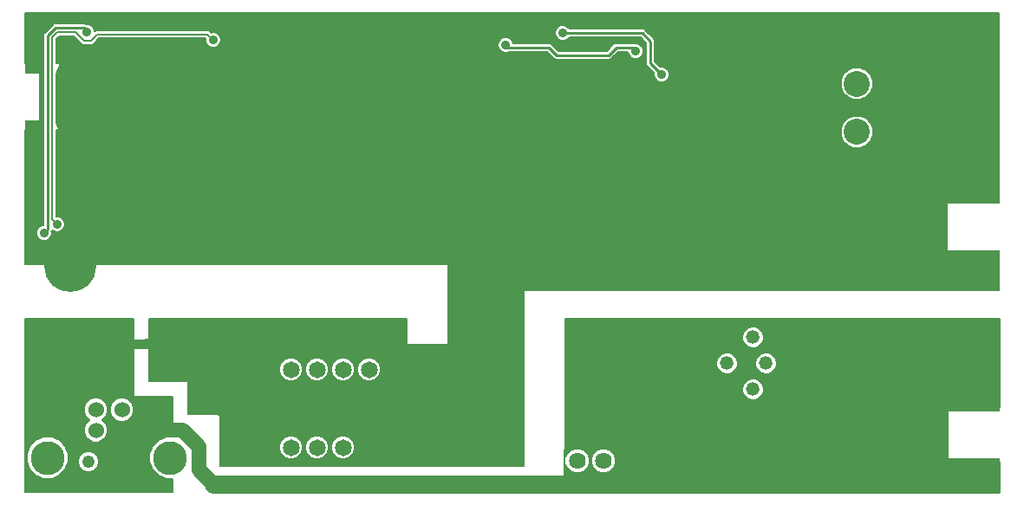
<source format=gbl>
G04 (created by PCBNEW-RS274X (2011-12-28 BZR 3254)-stable) date 9/2/2012 2:21:17 PM*
G01*
G70*
G90*
%MOIN*%
G04 Gerber Fmt 3.4, Leading zero omitted, Abs format*
%FSLAX34Y34*%
G04 APERTURE LIST*
%ADD10C,0.006000*%
%ADD11R,0.050000X0.100000*%
%ADD12R,0.040000X0.018000*%
%ADD13C,0.040000*%
%ADD14R,0.070000X0.120000*%
%ADD15R,0.200000X0.120000*%
%ADD16C,0.065000*%
%ADD17R,0.040000X0.100000*%
%ADD18C,0.048000*%
%ADD19C,0.060000*%
%ADD20C,0.130000*%
%ADD21C,0.036000*%
%ADD22C,0.200000*%
%ADD23C,0.045000*%
%ADD24C,0.064000*%
%ADD25C,0.052000*%
%ADD26C,0.100000*%
%ADD27C,0.010000*%
%ADD28C,0.008000*%
%ADD29C,0.040000*%
%ADD30C,0.020000*%
%ADD31C,0.055000*%
%ADD32C,0.090000*%
%ADD33C,0.070000*%
%ADD34C,0.036000*%
G04 APERTURE END LIST*
G54D10*
G54D11*
X12000Y-12000D03*
G54D12*
X12350Y-15150D03*
G54D13*
X12600Y-15150D03*
X12600Y-11850D03*
G54D12*
X12350Y-11850D03*
G54D14*
X11900Y-15000D03*
X10600Y-15000D03*
X11900Y-12000D03*
X10600Y-12000D03*
G54D11*
X12000Y-15000D03*
G54D12*
X45650Y-16850D03*
G54D13*
X45400Y-16850D03*
G54D15*
X46750Y-17000D03*
X46750Y-20000D03*
G54D13*
X45400Y-20150D03*
G54D12*
X45650Y-20150D03*
X45650Y-24850D03*
G54D13*
X45400Y-24850D03*
G54D15*
X46750Y-25000D03*
X46750Y-28000D03*
G54D13*
X45400Y-28150D03*
G54D12*
X45650Y-28150D03*
G54D16*
X20500Y-27000D03*
X23500Y-27000D03*
X23500Y-24000D03*
X20500Y-24000D03*
X21500Y-27000D03*
X22500Y-27000D03*
X22500Y-24000D03*
X21500Y-24000D03*
G54D17*
X43500Y-24050D03*
X41000Y-24050D03*
G54D18*
X12713Y-27547D03*
X14287Y-27547D03*
G54D19*
X14000Y-25550D03*
X13000Y-25550D03*
X13000Y-26337D03*
X14000Y-26337D03*
G54D20*
X15862Y-27400D03*
X11138Y-27400D03*
G54D21*
X42250Y-20750D03*
X24000Y-13750D03*
X35750Y-19750D03*
X18750Y-18750D03*
X34250Y-18000D03*
X38750Y-20750D03*
X31300Y-14950D03*
X31875Y-14950D03*
X39100Y-17700D03*
X32450Y-14950D03*
X32750Y-20750D03*
X37950Y-17700D03*
X38525Y-17700D03*
X25150Y-25925D03*
X35500Y-13000D03*
X44000Y-20750D03*
X37500Y-14000D03*
X37000Y-20750D03*
X38500Y-15000D03*
X38500Y-19750D03*
X34675Y-20300D03*
X20000Y-15750D03*
X27300Y-20350D03*
X24900Y-24300D03*
X23000Y-23250D03*
X18300Y-25850D03*
X29050Y-27550D03*
X27800Y-23300D03*
X20000Y-19750D03*
X23000Y-18850D03*
X22000Y-25500D03*
X17000Y-18900D03*
X34075Y-20300D03*
X39750Y-19500D03*
X29400Y-19800D03*
X28950Y-18700D03*
X33475Y-20300D03*
X27250Y-25050D03*
X29750Y-15250D03*
X19500Y-18900D03*
X33500Y-18000D03*
X28750Y-17000D03*
X20450Y-16700D03*
X18500Y-15000D03*
X13750Y-18750D03*
X17750Y-18750D03*
X18550Y-16700D03*
X20250Y-15000D03*
X21750Y-18900D03*
X33250Y-13500D03*
X20250Y-18750D03*
X24000Y-18850D03*
X24750Y-17250D03*
X25500Y-17250D03*
X16500Y-15250D03*
X19250Y-15000D03*
X16050Y-16700D03*
X15450Y-16700D03*
X25750Y-18750D03*
G54D22*
X39000Y-12000D03*
G54D21*
X12950Y-16700D03*
X20500Y-25500D03*
X23500Y-19750D03*
X14000Y-13000D03*
X27500Y-17500D03*
X23500Y-25500D03*
X39500Y-16000D03*
X30250Y-17000D03*
X31000Y-13000D03*
X17950Y-16700D03*
G54D22*
X12000Y-20000D03*
G54D21*
X27600Y-18750D03*
X13550Y-16700D03*
X27900Y-25700D03*
X28500Y-15250D03*
X17500Y-16250D03*
X19000Y-16250D03*
X22500Y-17250D03*
X11750Y-16250D03*
X32500Y-13000D03*
X37000Y-19750D03*
X14000Y-19750D03*
X37000Y-18000D03*
X16000Y-19750D03*
X18000Y-19750D03*
X15250Y-18750D03*
X20000Y-14000D03*
X22250Y-15750D03*
X23500Y-15500D03*
X26750Y-25800D03*
X21500Y-16250D03*
X22250Y-18750D03*
X17550Y-13500D03*
X22000Y-18000D03*
X22000Y-19750D03*
X25500Y-19750D03*
X27800Y-21700D03*
X13500Y-22250D03*
X19050Y-22250D03*
X21050Y-16700D03*
X39750Y-18500D03*
X13500Y-22800D03*
X27250Y-23950D03*
X27250Y-23400D03*
X26200Y-27550D03*
X41750Y-19500D03*
X29850Y-19000D03*
X24850Y-25475D03*
X28400Y-18150D03*
X29250Y-26600D03*
X28500Y-27550D03*
X12500Y-22250D03*
X41750Y-17500D03*
X35250Y-20750D03*
X27800Y-22500D03*
X40500Y-20750D03*
X27250Y-24500D03*
X34000Y-13000D03*
X26750Y-27550D03*
X25650Y-27550D03*
X10500Y-25750D03*
X10500Y-24000D03*
X19400Y-22950D03*
X33000Y-14500D03*
X20750Y-22250D03*
X42500Y-19250D03*
X22750Y-22250D03*
X10500Y-22250D03*
X24750Y-23000D03*
X29250Y-20900D03*
X14500Y-18900D03*
X17750Y-24750D03*
X29250Y-22000D03*
X29250Y-24350D03*
X24750Y-22250D03*
X17750Y-25600D03*
X16750Y-25250D03*
X17750Y-23750D03*
X14950Y-23000D03*
X15500Y-25500D03*
X15250Y-24250D03*
X29250Y-25550D03*
X17850Y-22250D03*
X27950Y-27550D03*
X16250Y-18750D03*
X17750Y-15250D03*
X24000Y-17250D03*
X26650Y-18750D03*
X23250Y-17250D03*
X35750Y-18000D03*
X25900Y-16250D03*
X11500Y-10500D03*
X44650Y-16950D03*
X21000Y-23250D03*
X26400Y-17750D03*
X23250Y-14500D03*
X27800Y-20900D03*
X13750Y-15250D03*
X21250Y-18500D03*
X25000Y-15650D03*
X25000Y-27000D03*
X38500Y-28500D03*
X27350Y-27100D03*
X41000Y-28500D03*
X34000Y-28500D03*
G54D23*
X31250Y-28500D03*
G54D21*
X44000Y-27750D03*
X27300Y-19800D03*
X12500Y-10500D03*
X12250Y-18250D03*
X10500Y-16750D03*
X10500Y-16000D03*
X10500Y-18250D03*
X11750Y-17250D03*
X33000Y-28500D03*
X16500Y-16250D03*
G54D24*
X32500Y-27500D03*
X31500Y-27500D03*
G54D21*
X31250Y-25250D03*
X32000Y-28250D03*
X31250Y-22250D03*
X44650Y-17550D03*
X31250Y-26250D03*
X44650Y-20050D03*
X32500Y-19750D03*
X29250Y-23450D03*
X15700Y-14100D03*
X33500Y-24650D03*
X41750Y-13750D03*
X43550Y-19100D03*
X33250Y-12000D03*
X32500Y-23250D03*
X32000Y-22250D03*
X43500Y-28500D03*
X35900Y-28050D03*
X34750Y-12000D03*
X15700Y-12900D03*
X36300Y-22350D03*
X32750Y-22250D03*
X35700Y-22350D03*
X44500Y-28500D03*
X37100Y-28050D03*
G54D25*
X38250Y-24750D03*
X38250Y-22750D03*
X37250Y-23750D03*
X38750Y-23750D03*
G54D21*
X43400Y-25300D03*
X34000Y-22250D03*
X37250Y-22250D03*
X39250Y-22250D03*
X40900Y-25300D03*
X41000Y-22250D03*
X37500Y-26200D03*
X43500Y-22250D03*
X47500Y-22250D03*
X45500Y-22250D03*
X41700Y-18500D03*
X42250Y-23000D03*
X44500Y-23000D03*
X44650Y-19450D03*
X42250Y-26750D03*
X41500Y-15500D03*
X47500Y-23500D03*
X46500Y-23000D03*
X43550Y-17900D03*
X13250Y-13000D03*
X40250Y-23000D03*
X39500Y-25250D03*
X39750Y-26750D03*
X36250Y-24250D03*
X10500Y-10500D03*
X16750Y-14250D03*
X14600Y-11950D03*
X14600Y-12550D03*
X14600Y-14450D03*
X17500Y-12500D03*
X14600Y-15050D03*
X17500Y-14500D03*
X14500Y-10500D03*
X16500Y-10500D03*
X18500Y-10500D03*
X10500Y-11000D03*
X10500Y-19500D03*
X13500Y-10500D03*
X19500Y-12500D03*
X19500Y-13500D03*
X20250Y-12750D03*
X20500Y-13750D03*
X21750Y-12750D03*
X22500Y-13750D03*
X23250Y-12750D03*
X18500Y-12000D03*
X15000Y-16250D03*
X14000Y-16250D03*
X17500Y-11325D03*
X11500Y-18400D03*
X30950Y-11050D03*
X34750Y-12650D03*
X12650Y-11000D03*
X11000Y-18750D03*
X28750Y-11500D03*
X33750Y-11750D03*
G54D26*
X47250Y-12016D03*
X47250Y-13984D03*
X42250Y-11150D03*
X42250Y-13000D03*
X42250Y-14850D03*
G54D21*
X33750Y-17000D03*
X34250Y-16000D03*
X34750Y-16750D03*
X32750Y-18000D03*
X33000Y-17000D03*
X31500Y-18000D03*
X31500Y-18750D03*
X34750Y-17500D03*
X31750Y-19500D03*
X30250Y-18250D03*
X30500Y-19500D03*
X29500Y-17750D03*
X32000Y-17250D03*
X26950Y-17500D03*
X28050Y-17500D03*
X30750Y-20750D03*
X26450Y-17050D03*
X30750Y-15250D03*
X27500Y-15250D03*
X26500Y-15250D03*
X24750Y-14500D03*
X25750Y-14500D03*
X24000Y-15000D03*
X22000Y-14500D03*
X21500Y-13750D03*
X31750Y-13500D03*
X30250Y-13500D03*
X24750Y-12750D03*
X26250Y-12750D03*
X27500Y-13750D03*
X27750Y-12750D03*
X25500Y-13750D03*
X28750Y-13500D03*
X28500Y-14500D03*
X30000Y-14500D03*
X26500Y-13750D03*
X27000Y-14500D03*
X30750Y-14500D03*
X34000Y-14500D03*
X36000Y-14500D03*
X36750Y-13750D03*
X37750Y-14750D03*
X36000Y-13500D03*
X34750Y-13500D03*
X35000Y-14500D03*
X36750Y-15250D03*
X38750Y-15750D03*
X37750Y-16250D03*
X38500Y-17000D03*
X39750Y-16750D03*
X40500Y-17000D03*
X35500Y-15750D03*
X36500Y-16750D03*
X40500Y-10500D03*
X38500Y-10500D03*
X29500Y-13000D03*
X27000Y-12500D03*
X25500Y-12500D03*
X24000Y-12500D03*
X22500Y-12500D03*
X21000Y-12500D03*
X16725Y-12200D03*
X28300Y-13100D03*
X17500Y-10500D03*
X37000Y-16000D03*
X15500Y-10500D03*
X16300Y-11675D03*
X33500Y-15250D03*
X35500Y-17000D03*
X14050Y-12250D03*
X36000Y-15250D03*
X24500Y-19750D03*
X37750Y-17000D03*
X42700Y-17100D03*
X32550Y-11500D03*
X28750Y-10500D03*
X29750Y-10500D03*
X30750Y-10500D03*
X32500Y-10500D03*
X29750Y-12000D03*
X34500Y-10500D03*
X36500Y-10500D03*
X26750Y-10500D03*
X24750Y-10500D03*
X22750Y-10500D03*
X21000Y-10500D03*
X19750Y-10500D03*
X20250Y-12000D03*
X21750Y-12000D03*
X23250Y-12000D03*
X24750Y-12000D03*
X26250Y-12000D03*
X27500Y-12000D03*
X40500Y-15000D03*
X36500Y-13000D03*
X27300Y-19250D03*
X22750Y-15000D03*
X19450Y-11150D03*
X21000Y-14500D03*
X21250Y-15500D03*
X46000Y-12000D03*
X46000Y-14000D03*
X44000Y-11000D03*
X44000Y-15000D03*
X30000Y-20250D03*
X36250Y-20250D03*
X37750Y-20250D03*
X39500Y-20250D03*
X31750Y-20250D03*
X41500Y-20250D03*
X42750Y-20250D03*
X31000Y-17500D03*
X19000Y-26550D03*
X27300Y-21300D03*
X27300Y-22100D03*
X24900Y-23750D03*
X11900Y-17850D03*
G54D27*
X33750Y-11750D02*
X33600Y-11600D01*
X33000Y-11600D02*
X32700Y-11900D01*
X11150Y-18600D02*
X11000Y-18750D01*
X12650Y-10950D02*
X12650Y-11000D01*
X11450Y-10850D02*
X11150Y-11150D01*
X11150Y-11150D02*
X11150Y-18600D01*
X30400Y-11600D02*
X28850Y-11600D01*
X32700Y-11900D02*
X31000Y-11900D01*
X30700Y-11900D02*
X30400Y-11600D01*
X12250Y-10850D02*
X11450Y-10850D01*
X31000Y-11900D02*
X30700Y-11900D01*
X28850Y-11600D02*
X28750Y-11500D01*
X12250Y-10850D02*
X12550Y-10850D01*
X33600Y-11600D02*
X33000Y-11600D01*
X12550Y-10850D02*
X12650Y-10950D01*
X30750Y-11500D02*
X29750Y-10500D01*
X34100Y-12000D02*
X34000Y-12100D01*
G54D28*
X31000Y-27100D02*
X31000Y-28250D01*
X31600Y-25650D02*
X31600Y-26500D01*
G54D27*
X34100Y-11500D02*
X34100Y-12000D01*
X33250Y-12000D02*
X33250Y-12250D01*
X14000Y-23500D02*
X14500Y-23000D01*
G54D29*
X12250Y-19750D02*
X12000Y-20000D01*
G54D27*
X28350Y-11000D02*
X28350Y-11850D01*
G54D30*
X10918Y-15832D02*
X10500Y-16250D01*
G54D27*
X32550Y-11500D02*
X30750Y-11500D01*
X34500Y-10500D02*
X34500Y-10750D01*
G54D31*
X16300Y-26300D02*
X16950Y-26950D01*
G54D32*
X11894Y-12656D02*
X11894Y-14444D01*
G54D33*
X31850Y-28400D02*
X32000Y-28250D01*
G54D27*
X33250Y-12250D02*
X32500Y-13000D01*
G54D29*
X17000Y-23000D02*
X17750Y-23750D01*
G54D27*
X32950Y-11300D02*
X33900Y-11300D01*
X14163Y-26337D02*
X14500Y-26000D01*
X14500Y-26000D02*
X14500Y-25250D01*
X34500Y-10750D02*
X34500Y-11750D01*
X14000Y-24750D02*
X14000Y-23500D01*
G54D28*
X32000Y-26150D02*
X33500Y-24650D01*
X31000Y-28250D02*
X31250Y-28500D01*
G54D30*
X10500Y-16250D02*
X10500Y-16750D01*
G54D31*
X14450Y-26300D02*
X16300Y-26300D01*
G54D30*
X11472Y-10500D02*
X10918Y-11054D01*
G54D28*
X32000Y-28250D02*
X32000Y-26150D01*
G54D34*
X14250Y-23000D02*
X13500Y-22250D01*
G54D28*
X31250Y-25300D02*
X31600Y-25650D01*
X31600Y-26500D02*
X31000Y-27100D01*
G54D34*
X14950Y-23000D02*
X14500Y-23000D01*
G54D27*
X34000Y-12100D02*
X34000Y-13000D01*
G54D28*
X31250Y-25250D02*
X31250Y-25300D01*
G54D27*
X32550Y-11500D02*
X32750Y-11500D01*
G54D30*
X11500Y-10500D02*
X11472Y-10500D01*
G54D27*
X32750Y-11500D02*
X32950Y-11300D01*
G54D31*
X16950Y-26950D02*
X16950Y-27850D01*
G54D32*
X14050Y-12250D02*
X12300Y-12250D01*
G54D28*
X12250Y-19750D02*
X12000Y-20000D01*
G54D27*
X33900Y-11300D02*
X34100Y-11500D01*
G54D33*
X17500Y-28400D02*
X31850Y-28400D01*
G54D29*
X12250Y-18250D02*
X12250Y-19750D01*
G54D27*
X28750Y-10500D02*
X28750Y-10600D01*
G54D31*
X16950Y-27850D02*
X17500Y-28400D01*
G54D27*
X13837Y-26337D02*
X13500Y-26000D01*
G54D32*
X12300Y-12250D02*
X11894Y-12656D01*
G54D31*
X14000Y-26337D02*
X14413Y-26337D01*
G54D32*
X11894Y-14444D02*
X12600Y-15150D01*
G54D27*
X14000Y-26337D02*
X13837Y-26337D01*
X13500Y-26000D02*
X13500Y-22800D01*
X14500Y-25250D02*
X14000Y-24750D01*
X28350Y-11850D02*
X29500Y-13000D01*
X14000Y-26337D02*
X14163Y-26337D01*
G54D31*
X14413Y-26337D02*
X14450Y-26300D01*
G54D29*
X14950Y-23000D02*
X17000Y-23000D01*
G54D30*
X10918Y-11054D02*
X10918Y-15832D01*
G54D27*
X28750Y-10600D02*
X28350Y-11000D01*
X34500Y-11750D02*
X34750Y-12000D01*
G54D34*
X14500Y-23000D02*
X14250Y-23000D01*
G54D28*
X12550Y-11350D02*
X12222Y-11022D01*
X13050Y-11100D02*
X17275Y-11100D01*
X11522Y-11022D02*
X11322Y-11222D01*
X12222Y-11022D02*
X11522Y-11022D01*
X11322Y-11222D02*
X11322Y-17700D01*
X17275Y-11100D02*
X17500Y-11325D01*
X12800Y-11350D02*
X13050Y-11100D01*
X12700Y-11350D02*
X12800Y-11350D01*
X11322Y-18222D02*
X11500Y-18400D01*
X11322Y-17700D02*
X11322Y-18222D01*
X12700Y-11350D02*
X12550Y-11350D01*
G54D27*
X33300Y-11050D02*
X34000Y-11050D01*
X30950Y-11050D02*
X33300Y-11050D01*
X34318Y-12218D02*
X34750Y-12650D01*
X34000Y-11050D02*
X34318Y-11368D01*
X34318Y-11368D02*
X34318Y-12218D01*
G54D10*
G36*
X15960Y-28710D02*
X14460Y-28710D01*
X14460Y-25642D01*
X14460Y-25459D01*
X14390Y-25290D01*
X14261Y-25160D01*
X14092Y-25090D01*
X13909Y-25090D01*
X13740Y-25160D01*
X13610Y-25289D01*
X13540Y-25458D01*
X13540Y-25641D01*
X13610Y-25810D01*
X13739Y-25940D01*
X13908Y-26010D01*
X14091Y-26010D01*
X14260Y-25940D01*
X14390Y-25811D01*
X14460Y-25642D01*
X14460Y-28710D01*
X13460Y-28710D01*
X13460Y-26429D01*
X13460Y-26246D01*
X13390Y-26077D01*
X13261Y-25947D01*
X13252Y-25943D01*
X13260Y-25940D01*
X13390Y-25811D01*
X13460Y-25642D01*
X13460Y-25459D01*
X13390Y-25290D01*
X13261Y-25160D01*
X13092Y-25090D01*
X12909Y-25090D01*
X12740Y-25160D01*
X12610Y-25289D01*
X12540Y-25458D01*
X12540Y-25641D01*
X12610Y-25810D01*
X12739Y-25940D01*
X12747Y-25943D01*
X12740Y-25947D01*
X12610Y-26076D01*
X12540Y-26245D01*
X12540Y-26428D01*
X12610Y-26597D01*
X12739Y-26727D01*
X12908Y-26797D01*
X13091Y-26797D01*
X13260Y-26727D01*
X13390Y-26598D01*
X13460Y-26429D01*
X13460Y-28710D01*
X13112Y-28710D01*
X13112Y-27627D01*
X13112Y-27468D01*
X13051Y-27321D01*
X12939Y-27209D01*
X12793Y-27148D01*
X12634Y-27148D01*
X12487Y-27209D01*
X12375Y-27321D01*
X12314Y-27467D01*
X12314Y-27626D01*
X12375Y-27773D01*
X12487Y-27885D01*
X12633Y-27946D01*
X12792Y-27946D01*
X12939Y-27885D01*
X13051Y-27773D01*
X13112Y-27627D01*
X13112Y-28710D01*
X11947Y-28710D01*
X11947Y-27562D01*
X11947Y-27240D01*
X11824Y-26943D01*
X11597Y-26715D01*
X11300Y-26591D01*
X10978Y-26591D01*
X10681Y-26714D01*
X10453Y-26941D01*
X10329Y-27238D01*
X10329Y-27560D01*
X10452Y-27857D01*
X10679Y-28085D01*
X10976Y-28209D01*
X11298Y-28209D01*
X11595Y-28086D01*
X11823Y-27859D01*
X11947Y-27562D01*
X11947Y-28710D01*
X10290Y-28710D01*
X10290Y-22040D01*
X14460Y-22040D01*
X14460Y-25040D01*
X15960Y-25040D01*
X15960Y-26591D01*
X15702Y-26591D01*
X15405Y-26714D01*
X15177Y-26941D01*
X15053Y-27238D01*
X15053Y-27560D01*
X15176Y-27857D01*
X15403Y-28085D01*
X15700Y-28209D01*
X15960Y-28209D01*
X15960Y-28710D01*
X15960Y-28710D01*
G37*
G54D28*
X15960Y-28710D02*
X14460Y-28710D01*
X14460Y-25642D01*
X14460Y-25459D01*
X14390Y-25290D01*
X14261Y-25160D01*
X14092Y-25090D01*
X13909Y-25090D01*
X13740Y-25160D01*
X13610Y-25289D01*
X13540Y-25458D01*
X13540Y-25641D01*
X13610Y-25810D01*
X13739Y-25940D01*
X13908Y-26010D01*
X14091Y-26010D01*
X14260Y-25940D01*
X14390Y-25811D01*
X14460Y-25642D01*
X14460Y-28710D01*
X13460Y-28710D01*
X13460Y-26429D01*
X13460Y-26246D01*
X13390Y-26077D01*
X13261Y-25947D01*
X13252Y-25943D01*
X13260Y-25940D01*
X13390Y-25811D01*
X13460Y-25642D01*
X13460Y-25459D01*
X13390Y-25290D01*
X13261Y-25160D01*
X13092Y-25090D01*
X12909Y-25090D01*
X12740Y-25160D01*
X12610Y-25289D01*
X12540Y-25458D01*
X12540Y-25641D01*
X12610Y-25810D01*
X12739Y-25940D01*
X12747Y-25943D01*
X12740Y-25947D01*
X12610Y-26076D01*
X12540Y-26245D01*
X12540Y-26428D01*
X12610Y-26597D01*
X12739Y-26727D01*
X12908Y-26797D01*
X13091Y-26797D01*
X13260Y-26727D01*
X13390Y-26598D01*
X13460Y-26429D01*
X13460Y-28710D01*
X13112Y-28710D01*
X13112Y-27627D01*
X13112Y-27468D01*
X13051Y-27321D01*
X12939Y-27209D01*
X12793Y-27148D01*
X12634Y-27148D01*
X12487Y-27209D01*
X12375Y-27321D01*
X12314Y-27467D01*
X12314Y-27626D01*
X12375Y-27773D01*
X12487Y-27885D01*
X12633Y-27946D01*
X12792Y-27946D01*
X12939Y-27885D01*
X13051Y-27773D01*
X13112Y-27627D01*
X13112Y-28710D01*
X11947Y-28710D01*
X11947Y-27562D01*
X11947Y-27240D01*
X11824Y-26943D01*
X11597Y-26715D01*
X11300Y-26591D01*
X10978Y-26591D01*
X10681Y-26714D01*
X10453Y-26941D01*
X10329Y-27238D01*
X10329Y-27560D01*
X10452Y-27857D01*
X10679Y-28085D01*
X10976Y-28209D01*
X11298Y-28209D01*
X11595Y-28086D01*
X11823Y-27859D01*
X11947Y-27562D01*
X11947Y-28710D01*
X10290Y-28710D01*
X10290Y-22040D01*
X14460Y-22040D01*
X14460Y-25040D01*
X15960Y-25040D01*
X15960Y-26591D01*
X15702Y-26591D01*
X15405Y-26714D01*
X15177Y-26941D01*
X15053Y-27238D01*
X15053Y-27560D01*
X15176Y-27857D01*
X15403Y-28085D01*
X15700Y-28209D01*
X15960Y-28209D01*
X15960Y-28710D01*
G54D10*
G36*
X47700Y-28700D02*
X39180Y-28700D01*
X39180Y-23836D01*
X39180Y-23665D01*
X39115Y-23507D01*
X38994Y-23386D01*
X38836Y-23320D01*
X38680Y-23320D01*
X38680Y-22836D01*
X38680Y-22665D01*
X38615Y-22507D01*
X38494Y-22386D01*
X38336Y-22320D01*
X38165Y-22320D01*
X38007Y-22385D01*
X37886Y-22506D01*
X37820Y-22664D01*
X37820Y-22835D01*
X37885Y-22993D01*
X38006Y-23114D01*
X38164Y-23180D01*
X38335Y-23180D01*
X38493Y-23115D01*
X38614Y-22994D01*
X38680Y-22836D01*
X38680Y-23320D01*
X38665Y-23320D01*
X38507Y-23385D01*
X38386Y-23506D01*
X38320Y-23664D01*
X38320Y-23835D01*
X38385Y-23993D01*
X38506Y-24114D01*
X38664Y-24180D01*
X38835Y-24180D01*
X38993Y-24115D01*
X39114Y-23994D01*
X39180Y-23836D01*
X39180Y-28700D01*
X38680Y-28700D01*
X38680Y-24836D01*
X38680Y-24665D01*
X38615Y-24507D01*
X38494Y-24386D01*
X38336Y-24320D01*
X38165Y-24320D01*
X38007Y-24385D01*
X37886Y-24506D01*
X37820Y-24664D01*
X37820Y-24835D01*
X37885Y-24993D01*
X38006Y-25114D01*
X38164Y-25180D01*
X38335Y-25180D01*
X38493Y-25115D01*
X38614Y-24994D01*
X38680Y-24836D01*
X38680Y-28700D01*
X37680Y-28700D01*
X37680Y-23836D01*
X37680Y-23665D01*
X37615Y-23507D01*
X37494Y-23386D01*
X37336Y-23320D01*
X37165Y-23320D01*
X37007Y-23385D01*
X36886Y-23506D01*
X36820Y-23664D01*
X36820Y-23835D01*
X36885Y-23993D01*
X37006Y-24114D01*
X37164Y-24180D01*
X37335Y-24180D01*
X37493Y-24115D01*
X37614Y-23994D01*
X37680Y-23836D01*
X37680Y-28700D01*
X32989Y-28700D01*
X32989Y-27598D01*
X32989Y-27403D01*
X32915Y-27223D01*
X32777Y-27086D01*
X32598Y-27011D01*
X32403Y-27011D01*
X32223Y-27085D01*
X32086Y-27223D01*
X32011Y-27402D01*
X32011Y-27597D01*
X32085Y-27777D01*
X32223Y-27914D01*
X32402Y-27989D01*
X32597Y-27989D01*
X32777Y-27915D01*
X32914Y-27777D01*
X32989Y-27598D01*
X32989Y-28700D01*
X31050Y-28700D01*
X31050Y-27691D01*
X31085Y-27777D01*
X31223Y-27914D01*
X31402Y-27989D01*
X31597Y-27989D01*
X31777Y-27915D01*
X31914Y-27777D01*
X31989Y-27598D01*
X31989Y-27403D01*
X31915Y-27223D01*
X31777Y-27086D01*
X31598Y-27011D01*
X31403Y-27011D01*
X31223Y-27085D01*
X31086Y-27223D01*
X31050Y-27308D01*
X31050Y-22050D01*
X47700Y-22050D01*
X47700Y-25450D01*
X45700Y-25450D01*
X45700Y-27550D01*
X47700Y-27550D01*
X47700Y-28700D01*
X47700Y-28700D01*
G37*
G54D27*
X47700Y-28700D02*
X39180Y-28700D01*
X39180Y-23836D01*
X39180Y-23665D01*
X39115Y-23507D01*
X38994Y-23386D01*
X38836Y-23320D01*
X38680Y-23320D01*
X38680Y-22836D01*
X38680Y-22665D01*
X38615Y-22507D01*
X38494Y-22386D01*
X38336Y-22320D01*
X38165Y-22320D01*
X38007Y-22385D01*
X37886Y-22506D01*
X37820Y-22664D01*
X37820Y-22835D01*
X37885Y-22993D01*
X38006Y-23114D01*
X38164Y-23180D01*
X38335Y-23180D01*
X38493Y-23115D01*
X38614Y-22994D01*
X38680Y-22836D01*
X38680Y-23320D01*
X38665Y-23320D01*
X38507Y-23385D01*
X38386Y-23506D01*
X38320Y-23664D01*
X38320Y-23835D01*
X38385Y-23993D01*
X38506Y-24114D01*
X38664Y-24180D01*
X38835Y-24180D01*
X38993Y-24115D01*
X39114Y-23994D01*
X39180Y-23836D01*
X39180Y-28700D01*
X38680Y-28700D01*
X38680Y-24836D01*
X38680Y-24665D01*
X38615Y-24507D01*
X38494Y-24386D01*
X38336Y-24320D01*
X38165Y-24320D01*
X38007Y-24385D01*
X37886Y-24506D01*
X37820Y-24664D01*
X37820Y-24835D01*
X37885Y-24993D01*
X38006Y-25114D01*
X38164Y-25180D01*
X38335Y-25180D01*
X38493Y-25115D01*
X38614Y-24994D01*
X38680Y-24836D01*
X38680Y-28700D01*
X37680Y-28700D01*
X37680Y-23836D01*
X37680Y-23665D01*
X37615Y-23507D01*
X37494Y-23386D01*
X37336Y-23320D01*
X37165Y-23320D01*
X37007Y-23385D01*
X36886Y-23506D01*
X36820Y-23664D01*
X36820Y-23835D01*
X36885Y-23993D01*
X37006Y-24114D01*
X37164Y-24180D01*
X37335Y-24180D01*
X37493Y-24115D01*
X37614Y-23994D01*
X37680Y-23836D01*
X37680Y-28700D01*
X32989Y-28700D01*
X32989Y-27598D01*
X32989Y-27403D01*
X32915Y-27223D01*
X32777Y-27086D01*
X32598Y-27011D01*
X32403Y-27011D01*
X32223Y-27085D01*
X32086Y-27223D01*
X32011Y-27402D01*
X32011Y-27597D01*
X32085Y-27777D01*
X32223Y-27914D01*
X32402Y-27989D01*
X32597Y-27989D01*
X32777Y-27915D01*
X32914Y-27777D01*
X32989Y-27598D01*
X32989Y-28700D01*
X31050Y-28700D01*
X31050Y-27691D01*
X31085Y-27777D01*
X31223Y-27914D01*
X31402Y-27989D01*
X31597Y-27989D01*
X31777Y-27915D01*
X31914Y-27777D01*
X31989Y-27598D01*
X31989Y-27403D01*
X31915Y-27223D01*
X31777Y-27086D01*
X31598Y-27011D01*
X31403Y-27011D01*
X31223Y-27085D01*
X31086Y-27223D01*
X31050Y-27308D01*
X31050Y-22050D01*
X47700Y-22050D01*
X47700Y-25450D01*
X45700Y-25450D01*
X45700Y-27550D01*
X47700Y-27550D01*
X47700Y-28700D01*
G54D10*
G36*
X47710Y-20960D02*
X42870Y-20960D01*
X42870Y-14974D01*
X42870Y-14727D01*
X42870Y-13124D01*
X42870Y-12877D01*
X42776Y-12649D01*
X42601Y-12475D01*
X42374Y-12380D01*
X42127Y-12380D01*
X41899Y-12474D01*
X41725Y-12649D01*
X41630Y-12876D01*
X41630Y-13123D01*
X41724Y-13351D01*
X41899Y-13525D01*
X42126Y-13620D01*
X42373Y-13620D01*
X42601Y-13526D01*
X42775Y-13351D01*
X42870Y-13124D01*
X42870Y-14727D01*
X42776Y-14499D01*
X42601Y-14325D01*
X42374Y-14230D01*
X42127Y-14230D01*
X41899Y-14324D01*
X41725Y-14499D01*
X41630Y-14726D01*
X41630Y-14973D01*
X41724Y-15201D01*
X41899Y-15375D01*
X42126Y-15470D01*
X42373Y-15470D01*
X42601Y-15376D01*
X42775Y-15201D01*
X42870Y-14974D01*
X42870Y-20960D01*
X35049Y-20960D01*
X35049Y-12710D01*
X35049Y-12591D01*
X35004Y-12481D01*
X34920Y-12397D01*
X34810Y-12351D01*
X34691Y-12351D01*
X34488Y-12147D01*
X34488Y-11368D01*
X34487Y-11367D01*
X34475Y-11303D01*
X34474Y-11302D01*
X34462Y-11284D01*
X34438Y-11248D01*
X34438Y-11247D01*
X34120Y-10930D01*
X34065Y-10893D01*
X34000Y-10880D01*
X33300Y-10880D01*
X31203Y-10880D01*
X31120Y-10797D01*
X31010Y-10751D01*
X30891Y-10751D01*
X30781Y-10796D01*
X30697Y-10880D01*
X30651Y-10990D01*
X30651Y-11109D01*
X30696Y-11219D01*
X30780Y-11303D01*
X30890Y-11349D01*
X31009Y-11349D01*
X31119Y-11304D01*
X31203Y-11220D01*
X33300Y-11220D01*
X33929Y-11220D01*
X34148Y-11438D01*
X34148Y-12218D01*
X34161Y-12283D01*
X34198Y-12338D01*
X34451Y-12591D01*
X34451Y-12709D01*
X34496Y-12819D01*
X34580Y-12903D01*
X34690Y-12949D01*
X34809Y-12949D01*
X34919Y-12904D01*
X35003Y-12820D01*
X35049Y-12710D01*
X35049Y-20960D01*
X34049Y-20960D01*
X34049Y-11810D01*
X34049Y-11691D01*
X34004Y-11581D01*
X33920Y-11497D01*
X33810Y-11451D01*
X33691Y-11451D01*
X33682Y-11454D01*
X33665Y-11443D01*
X33600Y-11430D01*
X33000Y-11430D01*
X32935Y-11443D01*
X32880Y-11480D01*
X32630Y-11730D01*
X31000Y-11730D01*
X30770Y-11730D01*
X30520Y-11480D01*
X30465Y-11443D01*
X30400Y-11430D01*
X29044Y-11430D01*
X29004Y-11331D01*
X28920Y-11247D01*
X28810Y-11201D01*
X28691Y-11201D01*
X28581Y-11246D01*
X28497Y-11330D01*
X28451Y-11440D01*
X28451Y-11559D01*
X28496Y-11669D01*
X28580Y-11753D01*
X28690Y-11799D01*
X28809Y-11799D01*
X28879Y-11770D01*
X30330Y-11770D01*
X30580Y-12020D01*
X30635Y-12057D01*
X30700Y-12070D01*
X31000Y-12070D01*
X32700Y-12070D01*
X32765Y-12057D01*
X32820Y-12020D01*
X33070Y-11770D01*
X33451Y-11770D01*
X33451Y-11809D01*
X33496Y-11919D01*
X33580Y-12003D01*
X33690Y-12049D01*
X33809Y-12049D01*
X33919Y-12004D01*
X34003Y-11920D01*
X34049Y-11810D01*
X34049Y-20960D01*
X29460Y-20960D01*
X29460Y-27710D01*
X23944Y-27710D01*
X23944Y-24089D01*
X23944Y-23912D01*
X23877Y-23749D01*
X23752Y-23624D01*
X23589Y-23556D01*
X23412Y-23556D01*
X23249Y-23623D01*
X23124Y-23748D01*
X23056Y-23911D01*
X23056Y-24088D01*
X23123Y-24251D01*
X23248Y-24376D01*
X23411Y-24444D01*
X23588Y-24444D01*
X23751Y-24377D01*
X23876Y-24252D01*
X23944Y-24089D01*
X23944Y-27710D01*
X22944Y-27710D01*
X22944Y-27089D01*
X22944Y-26912D01*
X22944Y-24089D01*
X22944Y-23912D01*
X22877Y-23749D01*
X22752Y-23624D01*
X22589Y-23556D01*
X22412Y-23556D01*
X22249Y-23623D01*
X22124Y-23748D01*
X22056Y-23911D01*
X22056Y-24088D01*
X22123Y-24251D01*
X22248Y-24376D01*
X22411Y-24444D01*
X22588Y-24444D01*
X22751Y-24377D01*
X22876Y-24252D01*
X22944Y-24089D01*
X22944Y-26912D01*
X22877Y-26749D01*
X22752Y-26624D01*
X22589Y-26556D01*
X22412Y-26556D01*
X22249Y-26623D01*
X22124Y-26748D01*
X22056Y-26911D01*
X22056Y-27088D01*
X22123Y-27251D01*
X22248Y-27376D01*
X22411Y-27444D01*
X22588Y-27444D01*
X22751Y-27377D01*
X22876Y-27252D01*
X22944Y-27089D01*
X22944Y-27710D01*
X21944Y-27710D01*
X21944Y-27089D01*
X21944Y-26912D01*
X21944Y-24089D01*
X21944Y-23912D01*
X21877Y-23749D01*
X21752Y-23624D01*
X21589Y-23556D01*
X21412Y-23556D01*
X21249Y-23623D01*
X21124Y-23748D01*
X21056Y-23911D01*
X21056Y-24088D01*
X21123Y-24251D01*
X21248Y-24376D01*
X21411Y-24444D01*
X21588Y-24444D01*
X21751Y-24377D01*
X21876Y-24252D01*
X21944Y-24089D01*
X21944Y-26912D01*
X21877Y-26749D01*
X21752Y-26624D01*
X21589Y-26556D01*
X21412Y-26556D01*
X21249Y-26623D01*
X21124Y-26748D01*
X21056Y-26911D01*
X21056Y-27088D01*
X21123Y-27251D01*
X21248Y-27376D01*
X21411Y-27444D01*
X21588Y-27444D01*
X21751Y-27377D01*
X21876Y-27252D01*
X21944Y-27089D01*
X21944Y-27710D01*
X20944Y-27710D01*
X20944Y-27089D01*
X20944Y-26912D01*
X20944Y-24089D01*
X20944Y-23912D01*
X20877Y-23749D01*
X20752Y-23624D01*
X20589Y-23556D01*
X20412Y-23556D01*
X20249Y-23623D01*
X20124Y-23748D01*
X20056Y-23911D01*
X20056Y-24088D01*
X20123Y-24251D01*
X20248Y-24376D01*
X20411Y-24444D01*
X20588Y-24444D01*
X20751Y-24377D01*
X20876Y-24252D01*
X20944Y-24089D01*
X20944Y-26912D01*
X20877Y-26749D01*
X20752Y-26624D01*
X20589Y-26556D01*
X20412Y-26556D01*
X20249Y-26623D01*
X20124Y-26748D01*
X20056Y-26911D01*
X20056Y-27088D01*
X20123Y-27251D01*
X20248Y-27376D01*
X20411Y-27444D01*
X20588Y-27444D01*
X20751Y-27377D01*
X20876Y-27252D01*
X20944Y-27089D01*
X20944Y-27710D01*
X17790Y-27710D01*
X17790Y-25710D01*
X16540Y-25710D01*
X16540Y-24460D01*
X15040Y-24460D01*
X15040Y-22040D01*
X24960Y-22040D01*
X24960Y-23040D01*
X26540Y-23040D01*
X26540Y-19960D01*
X10290Y-19960D01*
X10290Y-14790D01*
X10980Y-14790D01*
X10980Y-18451D01*
X10941Y-18451D01*
X10831Y-18496D01*
X10747Y-18580D01*
X10701Y-18690D01*
X10701Y-18809D01*
X10746Y-18919D01*
X10830Y-19003D01*
X10940Y-19049D01*
X11059Y-19049D01*
X11169Y-19004D01*
X11253Y-18920D01*
X11299Y-18810D01*
X11299Y-18691D01*
X11295Y-18682D01*
X11307Y-18665D01*
X11312Y-18635D01*
X11330Y-18653D01*
X11440Y-18699D01*
X11559Y-18699D01*
X11669Y-18654D01*
X11753Y-18570D01*
X11799Y-18460D01*
X11799Y-18341D01*
X11754Y-18231D01*
X11670Y-18147D01*
X11560Y-18101D01*
X11482Y-18101D01*
X11482Y-17700D01*
X11482Y-14790D01*
X12290Y-14790D01*
X12290Y-12210D01*
X11482Y-12210D01*
X11482Y-11288D01*
X11588Y-11182D01*
X12155Y-11182D01*
X12436Y-11463D01*
X12437Y-11463D01*
X12471Y-11485D01*
X12488Y-11497D01*
X12489Y-11498D01*
X12549Y-11509D01*
X12550Y-11510D01*
X12700Y-11510D01*
X12800Y-11510D01*
X12861Y-11498D01*
X12862Y-11498D01*
X12913Y-11463D01*
X13116Y-11260D01*
X17203Y-11260D01*
X17201Y-11265D01*
X17201Y-11384D01*
X17246Y-11494D01*
X17330Y-11578D01*
X17440Y-11624D01*
X17559Y-11624D01*
X17669Y-11579D01*
X17753Y-11495D01*
X17799Y-11385D01*
X17799Y-11266D01*
X17754Y-11156D01*
X17670Y-11072D01*
X17560Y-11026D01*
X17441Y-11026D01*
X17431Y-11030D01*
X17388Y-10987D01*
X17337Y-10952D01*
X17275Y-10940D01*
X13050Y-10940D01*
X12989Y-10952D01*
X12971Y-10964D01*
X12949Y-10978D01*
X12949Y-10941D01*
X12904Y-10831D01*
X12820Y-10747D01*
X12710Y-10701D01*
X12626Y-10701D01*
X12615Y-10693D01*
X12550Y-10680D01*
X12250Y-10680D01*
X11450Y-10680D01*
X11385Y-10693D01*
X11330Y-10730D01*
X11030Y-11030D01*
X10993Y-11085D01*
X10980Y-11150D01*
X10980Y-12210D01*
X10290Y-12210D01*
X10290Y-10290D01*
X47710Y-10290D01*
X47710Y-17210D01*
X45710Y-17210D01*
X45710Y-19790D01*
X47710Y-19790D01*
X47710Y-20960D01*
X47710Y-20960D01*
G37*
G54D28*
X47710Y-20960D02*
X42870Y-20960D01*
X42870Y-14974D01*
X42870Y-14727D01*
X42870Y-13124D01*
X42870Y-12877D01*
X42776Y-12649D01*
X42601Y-12475D01*
X42374Y-12380D01*
X42127Y-12380D01*
X41899Y-12474D01*
X41725Y-12649D01*
X41630Y-12876D01*
X41630Y-13123D01*
X41724Y-13351D01*
X41899Y-13525D01*
X42126Y-13620D01*
X42373Y-13620D01*
X42601Y-13526D01*
X42775Y-13351D01*
X42870Y-13124D01*
X42870Y-14727D01*
X42776Y-14499D01*
X42601Y-14325D01*
X42374Y-14230D01*
X42127Y-14230D01*
X41899Y-14324D01*
X41725Y-14499D01*
X41630Y-14726D01*
X41630Y-14973D01*
X41724Y-15201D01*
X41899Y-15375D01*
X42126Y-15470D01*
X42373Y-15470D01*
X42601Y-15376D01*
X42775Y-15201D01*
X42870Y-14974D01*
X42870Y-20960D01*
X35049Y-20960D01*
X35049Y-12710D01*
X35049Y-12591D01*
X35004Y-12481D01*
X34920Y-12397D01*
X34810Y-12351D01*
X34691Y-12351D01*
X34488Y-12147D01*
X34488Y-11368D01*
X34487Y-11367D01*
X34475Y-11303D01*
X34474Y-11302D01*
X34462Y-11284D01*
X34438Y-11248D01*
X34438Y-11247D01*
X34120Y-10930D01*
X34065Y-10893D01*
X34000Y-10880D01*
X33300Y-10880D01*
X31203Y-10880D01*
X31120Y-10797D01*
X31010Y-10751D01*
X30891Y-10751D01*
X30781Y-10796D01*
X30697Y-10880D01*
X30651Y-10990D01*
X30651Y-11109D01*
X30696Y-11219D01*
X30780Y-11303D01*
X30890Y-11349D01*
X31009Y-11349D01*
X31119Y-11304D01*
X31203Y-11220D01*
X33300Y-11220D01*
X33929Y-11220D01*
X34148Y-11438D01*
X34148Y-12218D01*
X34161Y-12283D01*
X34198Y-12338D01*
X34451Y-12591D01*
X34451Y-12709D01*
X34496Y-12819D01*
X34580Y-12903D01*
X34690Y-12949D01*
X34809Y-12949D01*
X34919Y-12904D01*
X35003Y-12820D01*
X35049Y-12710D01*
X35049Y-20960D01*
X34049Y-20960D01*
X34049Y-11810D01*
X34049Y-11691D01*
X34004Y-11581D01*
X33920Y-11497D01*
X33810Y-11451D01*
X33691Y-11451D01*
X33682Y-11454D01*
X33665Y-11443D01*
X33600Y-11430D01*
X33000Y-11430D01*
X32935Y-11443D01*
X32880Y-11480D01*
X32630Y-11730D01*
X31000Y-11730D01*
X30770Y-11730D01*
X30520Y-11480D01*
X30465Y-11443D01*
X30400Y-11430D01*
X29044Y-11430D01*
X29004Y-11331D01*
X28920Y-11247D01*
X28810Y-11201D01*
X28691Y-11201D01*
X28581Y-11246D01*
X28497Y-11330D01*
X28451Y-11440D01*
X28451Y-11559D01*
X28496Y-11669D01*
X28580Y-11753D01*
X28690Y-11799D01*
X28809Y-11799D01*
X28879Y-11770D01*
X30330Y-11770D01*
X30580Y-12020D01*
X30635Y-12057D01*
X30700Y-12070D01*
X31000Y-12070D01*
X32700Y-12070D01*
X32765Y-12057D01*
X32820Y-12020D01*
X33070Y-11770D01*
X33451Y-11770D01*
X33451Y-11809D01*
X33496Y-11919D01*
X33580Y-12003D01*
X33690Y-12049D01*
X33809Y-12049D01*
X33919Y-12004D01*
X34003Y-11920D01*
X34049Y-11810D01*
X34049Y-20960D01*
X29460Y-20960D01*
X29460Y-27710D01*
X23944Y-27710D01*
X23944Y-24089D01*
X23944Y-23912D01*
X23877Y-23749D01*
X23752Y-23624D01*
X23589Y-23556D01*
X23412Y-23556D01*
X23249Y-23623D01*
X23124Y-23748D01*
X23056Y-23911D01*
X23056Y-24088D01*
X23123Y-24251D01*
X23248Y-24376D01*
X23411Y-24444D01*
X23588Y-24444D01*
X23751Y-24377D01*
X23876Y-24252D01*
X23944Y-24089D01*
X23944Y-27710D01*
X22944Y-27710D01*
X22944Y-27089D01*
X22944Y-26912D01*
X22944Y-24089D01*
X22944Y-23912D01*
X22877Y-23749D01*
X22752Y-23624D01*
X22589Y-23556D01*
X22412Y-23556D01*
X22249Y-23623D01*
X22124Y-23748D01*
X22056Y-23911D01*
X22056Y-24088D01*
X22123Y-24251D01*
X22248Y-24376D01*
X22411Y-24444D01*
X22588Y-24444D01*
X22751Y-24377D01*
X22876Y-24252D01*
X22944Y-24089D01*
X22944Y-26912D01*
X22877Y-26749D01*
X22752Y-26624D01*
X22589Y-26556D01*
X22412Y-26556D01*
X22249Y-26623D01*
X22124Y-26748D01*
X22056Y-26911D01*
X22056Y-27088D01*
X22123Y-27251D01*
X22248Y-27376D01*
X22411Y-27444D01*
X22588Y-27444D01*
X22751Y-27377D01*
X22876Y-27252D01*
X22944Y-27089D01*
X22944Y-27710D01*
X21944Y-27710D01*
X21944Y-27089D01*
X21944Y-26912D01*
X21944Y-24089D01*
X21944Y-23912D01*
X21877Y-23749D01*
X21752Y-23624D01*
X21589Y-23556D01*
X21412Y-23556D01*
X21249Y-23623D01*
X21124Y-23748D01*
X21056Y-23911D01*
X21056Y-24088D01*
X21123Y-24251D01*
X21248Y-24376D01*
X21411Y-24444D01*
X21588Y-24444D01*
X21751Y-24377D01*
X21876Y-24252D01*
X21944Y-24089D01*
X21944Y-26912D01*
X21877Y-26749D01*
X21752Y-26624D01*
X21589Y-26556D01*
X21412Y-26556D01*
X21249Y-26623D01*
X21124Y-26748D01*
X21056Y-26911D01*
X21056Y-27088D01*
X21123Y-27251D01*
X21248Y-27376D01*
X21411Y-27444D01*
X21588Y-27444D01*
X21751Y-27377D01*
X21876Y-27252D01*
X21944Y-27089D01*
X21944Y-27710D01*
X20944Y-27710D01*
X20944Y-27089D01*
X20944Y-26912D01*
X20944Y-24089D01*
X20944Y-23912D01*
X20877Y-23749D01*
X20752Y-23624D01*
X20589Y-23556D01*
X20412Y-23556D01*
X20249Y-23623D01*
X20124Y-23748D01*
X20056Y-23911D01*
X20056Y-24088D01*
X20123Y-24251D01*
X20248Y-24376D01*
X20411Y-24444D01*
X20588Y-24444D01*
X20751Y-24377D01*
X20876Y-24252D01*
X20944Y-24089D01*
X20944Y-26912D01*
X20877Y-26749D01*
X20752Y-26624D01*
X20589Y-26556D01*
X20412Y-26556D01*
X20249Y-26623D01*
X20124Y-26748D01*
X20056Y-26911D01*
X20056Y-27088D01*
X20123Y-27251D01*
X20248Y-27376D01*
X20411Y-27444D01*
X20588Y-27444D01*
X20751Y-27377D01*
X20876Y-27252D01*
X20944Y-27089D01*
X20944Y-27710D01*
X17790Y-27710D01*
X17790Y-25710D01*
X16540Y-25710D01*
X16540Y-24460D01*
X15040Y-24460D01*
X15040Y-22040D01*
X24960Y-22040D01*
X24960Y-23040D01*
X26540Y-23040D01*
X26540Y-19960D01*
X10290Y-19960D01*
X10290Y-14790D01*
X10980Y-14790D01*
X10980Y-18451D01*
X10941Y-18451D01*
X10831Y-18496D01*
X10747Y-18580D01*
X10701Y-18690D01*
X10701Y-18809D01*
X10746Y-18919D01*
X10830Y-19003D01*
X10940Y-19049D01*
X11059Y-19049D01*
X11169Y-19004D01*
X11253Y-18920D01*
X11299Y-18810D01*
X11299Y-18691D01*
X11295Y-18682D01*
X11307Y-18665D01*
X11312Y-18635D01*
X11330Y-18653D01*
X11440Y-18699D01*
X11559Y-18699D01*
X11669Y-18654D01*
X11753Y-18570D01*
X11799Y-18460D01*
X11799Y-18341D01*
X11754Y-18231D01*
X11670Y-18147D01*
X11560Y-18101D01*
X11482Y-18101D01*
X11482Y-17700D01*
X11482Y-14790D01*
X12290Y-14790D01*
X12290Y-12210D01*
X11482Y-12210D01*
X11482Y-11288D01*
X11588Y-11182D01*
X12155Y-11182D01*
X12436Y-11463D01*
X12437Y-11463D01*
X12471Y-11485D01*
X12488Y-11497D01*
X12489Y-11498D01*
X12549Y-11509D01*
X12550Y-11510D01*
X12700Y-11510D01*
X12800Y-11510D01*
X12861Y-11498D01*
X12862Y-11498D01*
X12913Y-11463D01*
X13116Y-11260D01*
X17203Y-11260D01*
X17201Y-11265D01*
X17201Y-11384D01*
X17246Y-11494D01*
X17330Y-11578D01*
X17440Y-11624D01*
X17559Y-11624D01*
X17669Y-11579D01*
X17753Y-11495D01*
X17799Y-11385D01*
X17799Y-11266D01*
X17754Y-11156D01*
X17670Y-11072D01*
X17560Y-11026D01*
X17441Y-11026D01*
X17431Y-11030D01*
X17388Y-10987D01*
X17337Y-10952D01*
X17275Y-10940D01*
X13050Y-10940D01*
X12989Y-10952D01*
X12971Y-10964D01*
X12949Y-10978D01*
X12949Y-10941D01*
X12904Y-10831D01*
X12820Y-10747D01*
X12710Y-10701D01*
X12626Y-10701D01*
X12615Y-10693D01*
X12550Y-10680D01*
X12250Y-10680D01*
X11450Y-10680D01*
X11385Y-10693D01*
X11330Y-10730D01*
X11030Y-11030D01*
X10993Y-11085D01*
X10980Y-11150D01*
X10980Y-12210D01*
X10290Y-12210D01*
X10290Y-10290D01*
X47710Y-10290D01*
X47710Y-17210D01*
X45710Y-17210D01*
X45710Y-19790D01*
X47710Y-19790D01*
X47710Y-20960D01*
M02*

</source>
